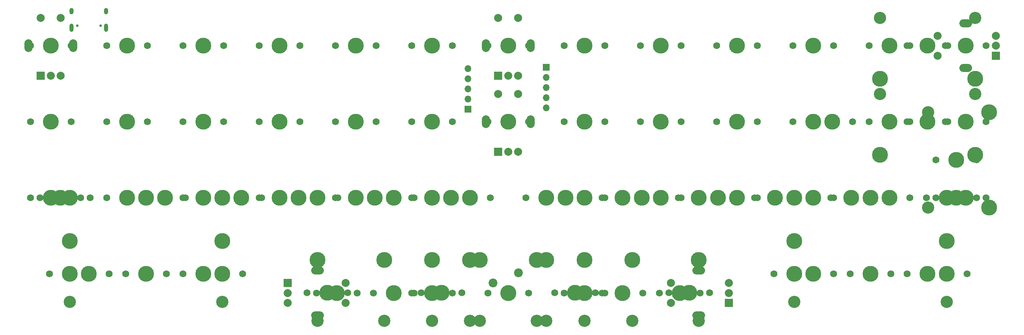
<source format=gbr>
%TF.GenerationSoftware,KiCad,Pcbnew,(6.0.7)*%
%TF.CreationDate,2023-02-03T16:15:22+01:00*%
%TF.ProjectId,alpha-curISO_rp2040,616c7068-612d-4637-9572-49534f5f7270,rev?*%
%TF.SameCoordinates,Original*%
%TF.FileFunction,Soldermask,Top*%
%TF.FilePolarity,Negative*%
%FSLAX46Y46*%
G04 Gerber Fmt 4.6, Leading zero omitted, Abs format (unit mm)*
G04 Created by KiCad (PCBNEW (6.0.7)) date 2023-02-03 16:15:22*
%MOMM*%
%LPD*%
G01*
G04 APERTURE LIST*
%ADD10C,1.750000*%
%ADD11C,3.987800*%
%ADD12O,2.000000X3.200000*%
%ADD13R,2.000000X2.000000*%
%ADD14C,2.000000*%
%ADD15C,3.048000*%
%ADD16O,3.200000X2.000000*%
%ADD17C,4.000000*%
%ADD18C,2.200000*%
%ADD19R,1.700000X1.700000*%
%ADD20O,1.700000X1.700000*%
%ADD21C,0.650000*%
%ADD22O,1.000000X1.600000*%
%ADD23O,1.000000X2.100000*%
G04 APERTURE END LIST*
D10*
%TO.C,SW30(ortho)1*%
X95567500Y-96837500D03*
D11*
X90487500Y-96837500D03*
D10*
X85407500Y-96837500D03*
%TD*%
%TO.C,SW12*%
X247967500Y-58737500D03*
D11*
X242887500Y-58737500D03*
D10*
X237807500Y-58737500D03*
%TD*%
D11*
%TO.C,SW31(ortho)1*%
X109537500Y-96837500D03*
D10*
X114617500Y-96837500D03*
X104457500Y-96837500D03*
%TD*%
%TO.C,SW43(1.75)1*%
X136062566Y-120635521D03*
X125902566Y-120635521D03*
D11*
X130982566Y-120635521D03*
%TD*%
D10*
%TO.C,SW48*%
X243205000Y-115887500D03*
X233045000Y-115887500D03*
D11*
X238125000Y-115887500D03*
%TD*%
D10*
%TO.C,SW33(1.5stagger)1*%
X152082500Y-96837500D03*
D11*
X157162500Y-96837500D03*
D10*
X162242500Y-96837500D03*
%TD*%
D12*
%TO.C,SW_rotary3*%
X153237500Y-58737500D03*
X142037500Y-58737500D03*
D13*
X145137500Y-66237500D03*
D14*
X150137500Y-66237500D03*
X147637500Y-66237500D03*
X150137500Y-51737500D03*
X145137500Y-51737500D03*
%TD*%
D10*
%TO.C,SW42(3)1*%
X124142500Y-120650000D03*
X113982500Y-120650000D03*
D11*
X119062500Y-120650000D03*
D15*
X138112500Y-127635000D03*
D11*
X100012500Y-112395000D03*
X138112500Y-112395000D03*
D15*
X100012500Y-127635000D03*
%TD*%
D10*
%TO.C,SW32(ortho)1*%
X133667500Y-96837500D03*
X123507500Y-96837500D03*
D11*
X128587500Y-96837500D03*
%TD*%
D10*
%TO.C,SW34(1.5stagger)1*%
X171132500Y-96837500D03*
D11*
X176212500Y-96837500D03*
D10*
X181292500Y-96837500D03*
%TD*%
%TO.C,SW21*%
X171767500Y-77787500D03*
D11*
X166687500Y-77787500D03*
D10*
X161607500Y-77787500D03*
%TD*%
D11*
%TO.C,SW28*%
X57150000Y-96837500D03*
D10*
X52070000Y-96837500D03*
X62230000Y-96837500D03*
%TD*%
D11*
%TO.C,SW8*%
X166687500Y-58737500D03*
D10*
X161607500Y-58737500D03*
X171767500Y-58737500D03*
%TD*%
%TO.C,SW28(1.5stagger)1*%
X66992500Y-96837500D03*
D11*
X61912500Y-96837500D03*
D10*
X56832500Y-96837500D03*
%TD*%
%TO.C,SW46(1.5)1*%
X195580000Y-120650000D03*
D11*
X190500000Y-120650000D03*
D10*
X185420000Y-120650000D03*
%TD*%
%TO.C,SW23*%
X209867500Y-77787500D03*
X199707500Y-77787500D03*
D11*
X204787500Y-77787500D03*
%TD*%
D10*
%TO.C,SW36*%
X224155000Y-96837500D03*
D11*
X219075000Y-96837500D03*
D10*
X213995000Y-96837500D03*
%TD*%
D11*
%TO.C,SW12(2)1*%
X240506250Y-66992500D03*
X252412500Y-58737500D03*
X264318750Y-66992500D03*
D10*
X247332500Y-58737500D03*
D15*
X240506250Y-51752500D03*
D10*
X257492500Y-58737500D03*
D15*
X264318750Y-51752500D03*
%TD*%
D11*
%TO.C,SW15*%
X52387500Y-77787500D03*
D10*
X57467500Y-77787500D03*
X47307500Y-77787500D03*
%TD*%
D11*
%TO.C,SW39(1.5)1*%
X42862500Y-115887500D03*
D10*
X37782500Y-115887500D03*
X47942500Y-115887500D03*
%TD*%
D11*
%TO.C,SW6*%
X128587500Y-58737500D03*
D10*
X133667500Y-58737500D03*
X123507500Y-58737500D03*
%TD*%
D11*
%TO.C,SW49(1.5)1*%
X252412500Y-115887500D03*
D10*
X247332500Y-115887500D03*
X257492500Y-115887500D03*
%TD*%
%TO.C,SW31*%
X109220000Y-96837500D03*
D11*
X114300000Y-96837500D03*
D10*
X119380000Y-96837500D03*
%TD*%
%TO.C,SW37(1.5stagger)1*%
X238442500Y-96837500D03*
D11*
X233362500Y-96837500D03*
D10*
X228282500Y-96837500D03*
%TD*%
%TO.C,SW38(1.25)1*%
X254508000Y-96837500D03*
X264668000Y-96837500D03*
D11*
X259588000Y-96837500D03*
%TD*%
D10*
%TO.C,SW47*%
X213995000Y-115887500D03*
X224155000Y-115887500D03*
D11*
X219075000Y-115887500D03*
%TD*%
%TO.C,SW1*%
X33337500Y-58737500D03*
D10*
X38417500Y-58737500D03*
X28257500Y-58737500D03*
%TD*%
D11*
%TO.C,SW26(ISO)1*%
X259556250Y-87312500D03*
X267811250Y-99250500D03*
D10*
X264636250Y-87312500D03*
D15*
X252571250Y-99250500D03*
X252571250Y-75374500D03*
D10*
X254476250Y-87312500D03*
D11*
X267811250Y-75374500D03*
%TD*%
D10*
%TO.C,SW37(ortho)1*%
X247967500Y-96837500D03*
X237807500Y-96837500D03*
D11*
X242887500Y-96837500D03*
%TD*%
%TO.C,SW41(1.5)1*%
X71437500Y-115887500D03*
D10*
X76517500Y-115887500D03*
X66357500Y-115887500D03*
%TD*%
D11*
%TO.C,SW27(ortho)1*%
X33337500Y-96837500D03*
D10*
X38417500Y-96837500D03*
X28257500Y-96837500D03*
%TD*%
D11*
%TO.C,SW38(1.5)1*%
X257175000Y-96837500D03*
D10*
X262255000Y-96837500D03*
X252095000Y-96837500D03*
%TD*%
D16*
%TO.C,SW_rotary2*%
X261937500Y-53137500D03*
X261937500Y-64337500D03*
D13*
X269437500Y-61237500D03*
D14*
X269437500Y-56237500D03*
X269437500Y-58737500D03*
X254937500Y-56237500D03*
X254937500Y-61237500D03*
%TD*%
D16*
%TO.C,SW_rotary6*%
X195262500Y-115050000D03*
X195262500Y-126250000D03*
D13*
X202762500Y-123150000D03*
D14*
X202762500Y-118150000D03*
X202762500Y-120650000D03*
X188262500Y-118150000D03*
X188262500Y-123150000D03*
%TD*%
D10*
%TO.C,SW9*%
X180657500Y-58737500D03*
X190817500Y-58737500D03*
D11*
X185737500Y-58737500D03*
%TD*%
%TO.C,SW33*%
X161925000Y-96837500D03*
D10*
X156845000Y-96837500D03*
X167005000Y-96837500D03*
%TD*%
%TO.C,SW43(2)1*%
X133667500Y-120650000D03*
D15*
X116681250Y-127635000D03*
D10*
X123507500Y-120650000D03*
D11*
X116681250Y-112395000D03*
X128587500Y-120650000D03*
D15*
X140493750Y-127635000D03*
D11*
X140493750Y-112395000D03*
%TD*%
D17*
%TO.C,SW44(4)1*%
X147637500Y-120650000D03*
D11*
X178625500Y-112420400D03*
D15*
X116649500Y-127635000D03*
X178625500Y-127660400D03*
D11*
X116649500Y-112395000D03*
D18*
X143827500Y-118110000D03*
X150177500Y-115570000D03*
%TD*%
D10*
%TO.C,SW33(ortho)1*%
X171767500Y-96837500D03*
X161607500Y-96837500D03*
D11*
X166687500Y-96837500D03*
%TD*%
%TO.C,SW10*%
X204787500Y-58737500D03*
D10*
X199707500Y-58737500D03*
X209867500Y-58737500D03*
%TD*%
D11*
%TO.C,SW18*%
X109537500Y-77787500D03*
D10*
X114617500Y-77787500D03*
X104457500Y-77787500D03*
%TD*%
%TO.C,SW34(ortho)1*%
X180657500Y-96837500D03*
D11*
X185737500Y-96837500D03*
D10*
X190817500Y-96837500D03*
%TD*%
D11*
%TO.C,SW36(ortho)1*%
X223837500Y-96837500D03*
D10*
X218757500Y-96837500D03*
X228917500Y-96837500D03*
%TD*%
D16*
%TO.C,SW_rotary5*%
X100012500Y-126250000D03*
X100012500Y-115050000D03*
D13*
X92512500Y-118150000D03*
D14*
X92512500Y-123150000D03*
X92512500Y-120650000D03*
X107012500Y-123150000D03*
X107012500Y-118150000D03*
%TD*%
D10*
%TO.C,SW2*%
X47307500Y-58737500D03*
X57467500Y-58737500D03*
D11*
X52387500Y-58737500D03*
%TD*%
%TO.C,SW38(ortho)1*%
X261937500Y-96837500D03*
D10*
X256857500Y-96837500D03*
X267017500Y-96837500D03*
%TD*%
%TO.C,SW34*%
X175895000Y-96837500D03*
X186055000Y-96837500D03*
D11*
X180975000Y-96837500D03*
%TD*%
D10*
%TO.C,SW4*%
X85407500Y-58737500D03*
X95567500Y-58737500D03*
D11*
X90487500Y-58737500D03*
%TD*%
D10*
%TO.C,SW13*%
X267017500Y-58737500D03*
D11*
X261937500Y-58737500D03*
D10*
X256857500Y-58737500D03*
%TD*%
%TO.C,SW35(ortho)1*%
X199707500Y-96837500D03*
D11*
X204787500Y-96837500D03*
D10*
X209867500Y-96837500D03*
%TD*%
%TO.C,SW32*%
X138430000Y-96837500D03*
D11*
X133350000Y-96837500D03*
D10*
X128270000Y-96837500D03*
%TD*%
D11*
%TO.C,SW29(ortho)1*%
X71437500Y-96837500D03*
D10*
X76517500Y-96837500D03*
X66357500Y-96837500D03*
%TD*%
D11*
%TO.C,SW30(1.5stagger)1*%
X100012500Y-96837500D03*
D10*
X105092500Y-96837500D03*
X94932500Y-96837500D03*
%TD*%
%TO.C,SW29(1.5stagger)1*%
X86042500Y-96837500D03*
X75882500Y-96837500D03*
D11*
X80962500Y-96837500D03*
%TD*%
D10*
%TO.C,SW45(2)1*%
X161607500Y-120650000D03*
D15*
X154781250Y-127635000D03*
X178593750Y-127635000D03*
D11*
X166687500Y-120650000D03*
X178593750Y-112395000D03*
X154781250Y-112395000D03*
D10*
X171767500Y-120650000D03*
%TD*%
D11*
%TO.C,SW46(1.25)1*%
X192895066Y-120635521D03*
D10*
X197975066Y-120635521D03*
X187815066Y-120635521D03*
%TD*%
%TO.C,SW16*%
X66357500Y-77787500D03*
X76517500Y-77787500D03*
D11*
X71437500Y-77787500D03*
%TD*%
D10*
%TO.C,SW25*%
X247967500Y-77787500D03*
D11*
X242887500Y-77787500D03*
D10*
X237807500Y-77787500D03*
%TD*%
D11*
%TO.C,SW46(3)1*%
X157162500Y-112395000D03*
X195262500Y-112395000D03*
D15*
X195262500Y-127635000D03*
D10*
X171132500Y-120650000D03*
D15*
X157162500Y-127635000D03*
D10*
X181292500Y-120650000D03*
D11*
X176212500Y-120650000D03*
%TD*%
D10*
%TO.C,SW39*%
X33020000Y-115887500D03*
D11*
X38100000Y-115887500D03*
D10*
X43180000Y-115887500D03*
%TD*%
%TO.C,SW19*%
X123507500Y-77787500D03*
D11*
X128587500Y-77787500D03*
D10*
X133667500Y-77787500D03*
%TD*%
D19*
%TO.C,J2*%
X157162500Y-64135000D03*
D20*
X157162500Y-66675000D03*
X157162500Y-69215000D03*
X157162500Y-71755000D03*
X157162500Y-74295000D03*
%TD*%
D11*
%TO.C,SW44(6)1*%
X195262500Y-112395000D03*
X147637500Y-120650000D03*
X100012500Y-112395000D03*
D15*
X100012500Y-127635000D03*
D10*
X152717500Y-120650000D03*
X142557500Y-120650000D03*
D15*
X195262500Y-127635000D03*
%TD*%
D10*
%TO.C,SW35*%
X194945000Y-96837500D03*
D11*
X200025000Y-96837500D03*
D10*
X205105000Y-96837500D03*
%TD*%
D11*
%TO.C,SW37*%
X238125000Y-96837500D03*
D10*
X243205000Y-96837500D03*
X233045000Y-96837500D03*
%TD*%
D11*
%TO.C,SW20*%
X147637500Y-77787500D03*
D10*
X152717500Y-77787500D03*
X142557500Y-77787500D03*
%TD*%
D11*
%TO.C,SW11*%
X223837500Y-58737500D03*
D10*
X218757500Y-58737500D03*
X228917500Y-58737500D03*
%TD*%
%TO.C,SW24(1.5)1*%
X233680000Y-77787500D03*
D11*
X228600000Y-77787500D03*
D10*
X223520000Y-77787500D03*
%TD*%
D11*
%TO.C,SW7*%
X147637500Y-58737500D03*
D10*
X142557500Y-58737500D03*
X152717500Y-58737500D03*
%TD*%
D11*
%TO.C,SW40*%
X57150000Y-115887500D03*
D10*
X52070000Y-115887500D03*
X62230000Y-115887500D03*
%TD*%
D15*
%TO.C,SW26(2)1*%
X264318750Y-70802500D03*
D10*
X257492500Y-77787500D03*
X247332500Y-77787500D03*
D11*
X240506250Y-86042500D03*
D15*
X240506250Y-70802500D03*
D11*
X264318750Y-86042500D03*
X252412500Y-77787500D03*
%TD*%
D10*
%TO.C,SW48(3)1*%
X243205000Y-115887500D03*
X233045000Y-115887500D03*
D15*
X257175000Y-122872500D03*
D11*
X219075000Y-107632500D03*
X257175000Y-107632500D03*
D15*
X219075000Y-122872500D03*
D11*
X238125000Y-115887500D03*
%TD*%
D12*
%TO.C,SW_rotary1*%
X27737500Y-58737500D03*
X38937500Y-58737500D03*
D13*
X30837500Y-66237500D03*
D14*
X35837500Y-66237500D03*
X33337500Y-66237500D03*
X35837500Y-51737500D03*
X30837500Y-51737500D03*
%TD*%
D12*
%TO.C,SW_rotary4*%
X153237500Y-77787500D03*
X142037500Y-77787500D03*
D13*
X145137500Y-85287500D03*
D14*
X150137500Y-85287500D03*
X147637500Y-85287500D03*
X150137500Y-70787500D03*
X145137500Y-70787500D03*
%TD*%
D10*
%TO.C,SW36(1.5stagger)1*%
X209232500Y-96837500D03*
D11*
X214312500Y-96837500D03*
D10*
X219392500Y-96837500D03*
%TD*%
%TO.C,SW5*%
X104457500Y-58737500D03*
X114617500Y-58737500D03*
D11*
X109537500Y-58737500D03*
%TD*%
D15*
%TO.C,SW44(3)1*%
X166687500Y-127635000D03*
D11*
X147637500Y-120650000D03*
X128587500Y-112395000D03*
D15*
X128587500Y-127635000D03*
D10*
X142557500Y-120650000D03*
D11*
X166687500Y-112395000D03*
D10*
X152717500Y-120650000D03*
%TD*%
%TO.C,SW22*%
X190817500Y-77787500D03*
X180657500Y-77787500D03*
D11*
X185737500Y-77787500D03*
%TD*%
D10*
%TO.C,SW27(1.5)1*%
X33020000Y-96837500D03*
D11*
X38100000Y-96837500D03*
D10*
X43180000Y-96837500D03*
%TD*%
%TO.C,SW42(1.25)1*%
X97327566Y-120635521D03*
X107487566Y-120635521D03*
D11*
X102407566Y-120635521D03*
%TD*%
D10*
%TO.C,SW42(1.5)1*%
X109855000Y-120650000D03*
X99695000Y-120650000D03*
D11*
X104775000Y-120650000D03*
%TD*%
D10*
%TO.C,SW27(1.25)1*%
X30656621Y-96820487D03*
X40816621Y-96820487D03*
D11*
X35736621Y-96820487D03*
%TD*%
%TO.C,SW49*%
X257175000Y-115887500D03*
D10*
X252095000Y-115887500D03*
X262255000Y-115887500D03*
%TD*%
D11*
%TO.C,SW26*%
X261937500Y-77787500D03*
D10*
X256857500Y-77787500D03*
X267017500Y-77787500D03*
%TD*%
D11*
%TO.C,SW28(ortho)1*%
X52387500Y-96837500D03*
D10*
X47307500Y-96837500D03*
X57467500Y-96837500D03*
%TD*%
%TO.C,SW24*%
X218757500Y-77787500D03*
X228917500Y-77787500D03*
D11*
X223837500Y-77787500D03*
%TD*%
D10*
%TO.C,SW17*%
X95567500Y-77787500D03*
X85407500Y-77787500D03*
D11*
X90487500Y-77787500D03*
%TD*%
%TO.C,SW40(3)1*%
X76200000Y-107632500D03*
D10*
X62230000Y-115887500D03*
D15*
X76200000Y-122872500D03*
X38100000Y-122872500D03*
D11*
X57150000Y-115887500D03*
X38100000Y-107632500D03*
D10*
X52070000Y-115887500D03*
%TD*%
%TO.C,SW3*%
X76517500Y-58737500D03*
D11*
X71437500Y-58737500D03*
D10*
X66357500Y-58737500D03*
%TD*%
%TO.C,SW45(1.75)1*%
X169400066Y-120635521D03*
X159240066Y-120635521D03*
D11*
X164320066Y-120635521D03*
%TD*%
%TO.C,SW14*%
X33337500Y-77787500D03*
D10*
X38417500Y-77787500D03*
X28257500Y-77787500D03*
%TD*%
%TO.C,SW41*%
X81280000Y-115887500D03*
D11*
X76200000Y-115887500D03*
D10*
X71120000Y-115887500D03*
%TD*%
%TO.C,SW47(1.5)1*%
X228917500Y-115887500D03*
D11*
X223837500Y-115887500D03*
D10*
X218757500Y-115887500D03*
%TD*%
%TO.C,SW35(1.5stagger)1*%
X190182500Y-96837500D03*
D11*
X195262500Y-96837500D03*
D10*
X200342500Y-96837500D03*
%TD*%
D11*
%TO.C,SW30*%
X95250000Y-96837500D03*
D10*
X100330000Y-96837500D03*
X90170000Y-96837500D03*
%TD*%
%TO.C,SW32(1.5stagger)1*%
X143192500Y-96837500D03*
X133032500Y-96837500D03*
D11*
X138112500Y-96837500D03*
%TD*%
D10*
%TO.C,SW31(1.5stagger)1*%
X113982500Y-96837500D03*
X124142500Y-96837500D03*
D11*
X119062500Y-96837500D03*
%TD*%
D10*
%TO.C,SW29*%
X81280000Y-96837500D03*
X71120000Y-96837500D03*
D11*
X76200000Y-96837500D03*
%TD*%
D21*
%TO.C,USB1*%
X39972500Y-53686838D03*
X45752500Y-53686838D03*
D22*
X47182500Y-50036838D03*
D23*
X38542500Y-54216838D03*
X47182500Y-54216838D03*
D22*
X38542500Y-50036838D03*
%TD*%
D19*
%TO.C,J1*%
X137566000Y-74646000D03*
D20*
X137566000Y-72106000D03*
X137566000Y-69566000D03*
X137566000Y-67026000D03*
X137566000Y-64486000D03*
%TD*%
M02*

</source>
